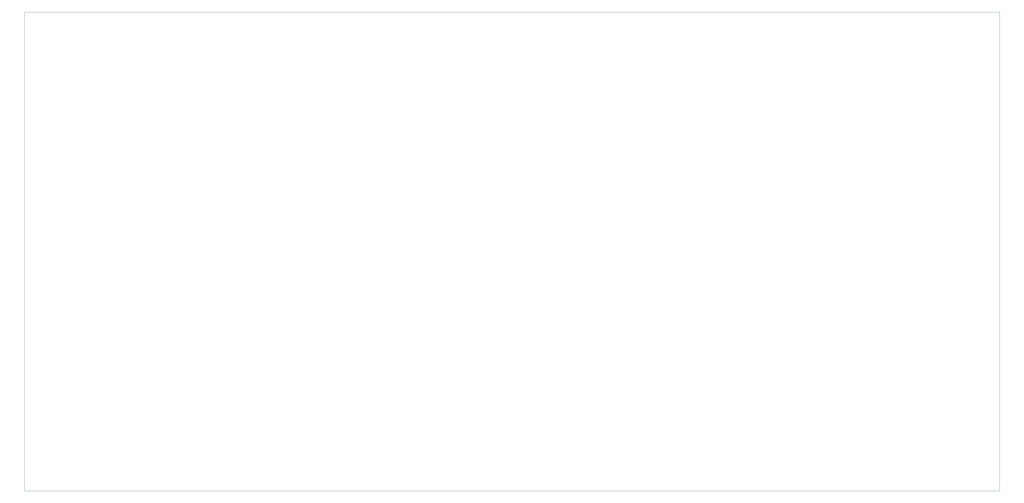
<source format=gbr>
%TF.GenerationSoftware,KiCad,Pcbnew,9.0.6*%
%TF.CreationDate,2025-11-18T15:10:39-06:00*%
%TF.ProjectId,8-Bit-PC,382d4269-742d-4504-932e-6b696361645f,1*%
%TF.SameCoordinates,Original*%
%TF.FileFunction,Profile,NP*%
%FSLAX46Y46*%
G04 Gerber Fmt 4.6, Leading zero omitted, Abs format (unit mm)*
G04 Created by KiCad (PCBNEW 9.0.6) date 2025-11-18 15:10:39*
%MOMM*%
%LPD*%
G01*
G04 APERTURE LIST*
%TA.AperFunction,Profile*%
%ADD10C,0.050000*%
%TD*%
G04 APERTURE END LIST*
D10*
X18000000Y-18920000D02*
X338500000Y-18920000D01*
X338500000Y-176420000D01*
X18000000Y-176420000D01*
X18000000Y-18920000D01*
M02*

</source>
